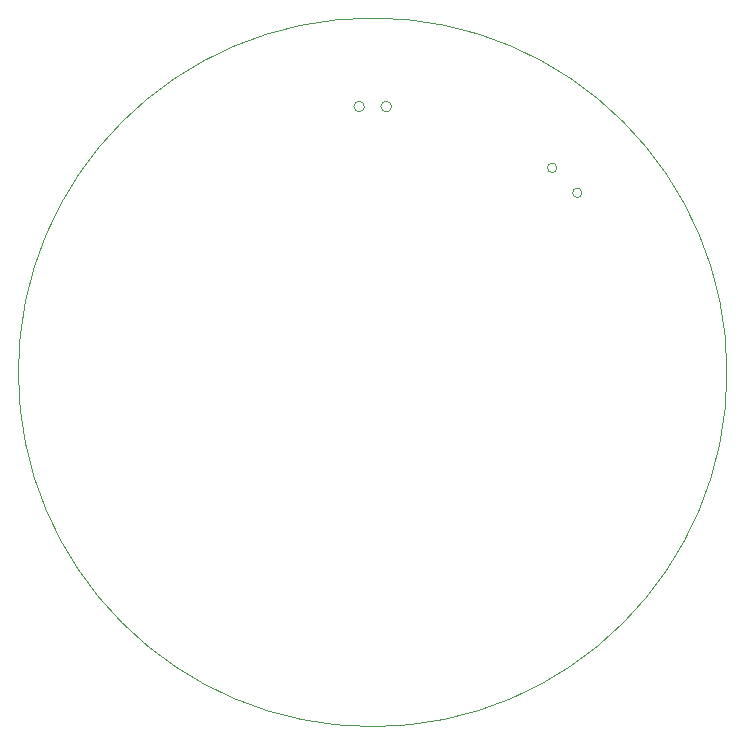
<source format=gbr>
%TF.GenerationSoftware,KiCad,Pcbnew,7.0.9*%
%TF.CreationDate,2025-01-08T15:48:34+01:00*%
%TF.ProjectId,DB-radar,44422d72-6164-4617-922e-6b696361645f,rev?*%
%TF.SameCoordinates,Original*%
%TF.FileFunction,Profile,NP*%
%FSLAX46Y46*%
G04 Gerber Fmt 4.6, Leading zero omitted, Abs format (unit mm)*
G04 Created by KiCad (PCBNEW 7.0.9) date 2025-01-08 15:48:34*
%MOMM*%
%LPD*%
G01*
G04 APERTURE LIST*
%TA.AperFunction,Profile*%
%ADD10C,0.100000*%
%TD*%
%TA.AperFunction,Profile*%
%ADD11C,0.120000*%
%TD*%
G04 APERTURE END LIST*
D10*
X131600000Y-127000000D02*
G75*
G03*
X131600000Y-127000000I-30000000J0D01*
G01*
D11*
%TO.C,SW1*%
X100900000Y-104498000D02*
G75*
G03*
X100900000Y-104498000I-450000J0D01*
G01*
X103200000Y-104498000D02*
G75*
G03*
X103200000Y-104498000I-450000J0D01*
G01*
%TO.C,SW2*%
X117195340Y-109683340D02*
G75*
G03*
X117195340Y-109683340I-400000J0D01*
G01*
X119316660Y-111804660D02*
G75*
G03*
X119316660Y-111804660I-400000J0D01*
G01*
%TD*%
M02*

</source>
